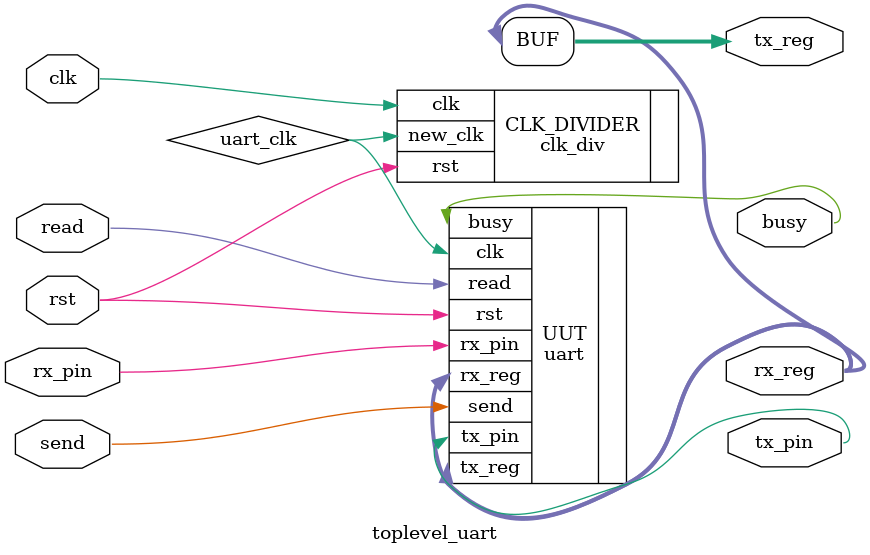
<source format=v>
/*
DESCRIPTION
This is the top level which instantiates a uart state machine.

NOTES
Parity not supported, default value required. 
Arch_sel not supported, default value required.

Repeats data sent to it and displays data on the LEDs. Note Read and Send must both be set to one. 
Note you can easily get buffering issues if you are sending and recieving at the same time full speed. 

TODO

*/

module toplevel_uart #(
	parameter CLK_FREQ = 50000000,
	parameter BAUD_RATE = 9600,
	parameter BIT_WIDTH = 8,
	parameter START_BIT = 0,
	parameter LSB_TO_MSB = 0,
	parameter SINGLE_SEND = 1, 
	parameter PARITY_SEL = 0,
	parameter ARCH_SEL = 0
)(
	input clk,
	input rst,
	input send,
	input read,
	input rx_pin,
	output [BIT_WIDTH-1:0] tx_reg, //made to be output since connecting rx_reg to tx_reg
	output busy,
	output tx_pin,
	output [BIT_WIDTH-1:0] rx_reg
);

/**********
 * Internal Signals
**********/

wire uart_clk;

/**********
 * Glue Logic 
 **********/
/**********
 * Synchronous Logic
 **********/
/**********
 * Glue Logic 
 **********/
/**********
 * Components
 **********/

clk_div #(
	.IN_FREQ(CLK_FREQ),
	.OUT_FREQ(BAUD_RATE*2)
)CLK_DIVIDER(
	.clk(clk),
	.rst(rst),
	.new_clk(uart_clk)
);
 
uart #(
	.BIT_WIDTH(BIT_WIDTH),
	.START_BIT(START_BIT),
	.LSB_TO_MSB(LSB_TO_MSB),
	.PARITY_SEL(PARITY_SEL),
	.SINGLE_SEND(SINGLE_SEND)
)UUT(
	.clk(uart_clk),
	.rst(rst),
	.send(send),
	.read(read),
	.busy(busy),
	.rx_pin(rx_pin),
	.tx_pin(tx_pin),
	.rx_reg(rx_reg),
	.tx_reg(rx_reg)
);
/**********
 * Output Combinatorial Logic
 **********/
assign tx_reg = rx_reg;
endmodule
</source>
